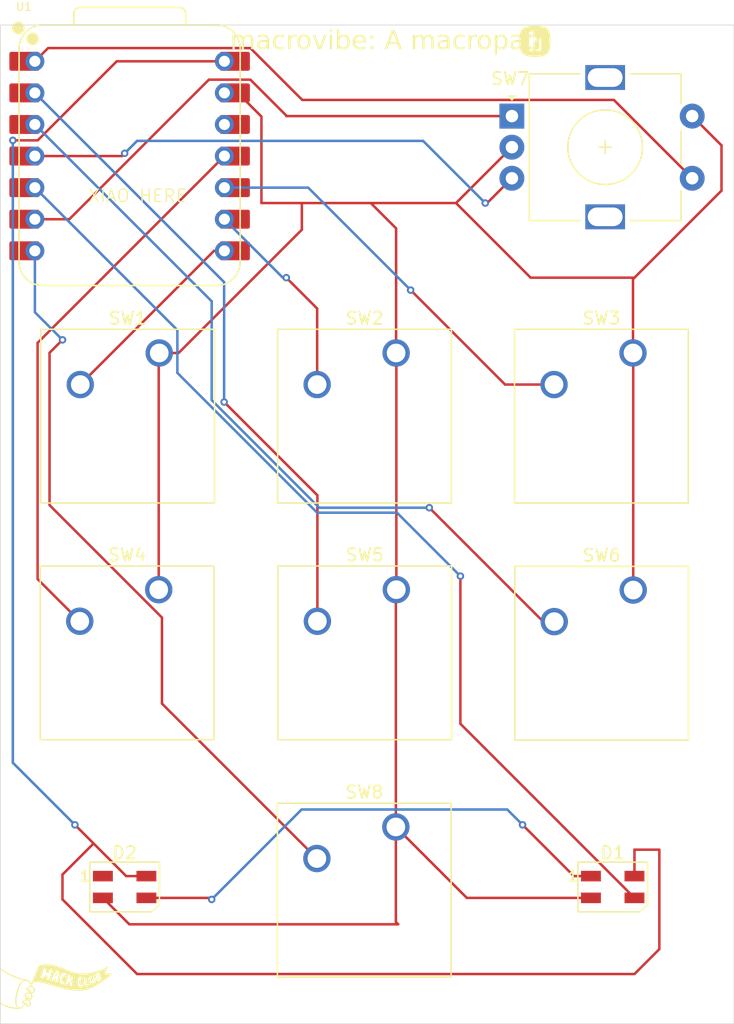
<source format=kicad_pcb>
(kicad_pcb (version 20241229) (generator "pcbnew") (generator_version "9.0")
  (layers (0 "F.Cu" signal) (2 "B.Cu" signal) (13 "F.Paste" user) (15 "B.Paste" user) (5 "F.SilkS" user "F.Silkscreen") (7 "B.SilkS" user "B.Silkscreen") (1 "F.Mask" user) (3 "B.Mask" user) (25 "Edge.Cuts" user))
  (net 0 "")
  (net 1 "+5V")
  (net 2 "Net-(D1-DIN)")
  (net 3 "GND")
  (net 4 "Net-(D1-DOUT)")
  (net 6 "Net-(U1-GPIO1{slash}RX)")
  (net 7 "Net-(U1-GPIO2{slash}SCK)")
  (net 8 "Net-(U1-GPIO4{slash}MISO)")
  (net 9 "Net-(U1-GPIO27{slash}ADC1{slash}A1)")
  (net 10 "Net-(U1-GPIO28{slash}ADC2{slash}A2)")
  (net 11 "Net-(U1-GPIO7{slash}SCL)")
  (net 12 "Net-(U1-GPIO29{slash}ADC3{slash}A3)")
  (net 14 "Net-(U1-GPIO26{slash}ADC0{slash}A0)")
  (net 15 "Net-(U1-GPIO0{slash}TX)")
  (net 16 "Net-(U1-GPIO3{slash}MOSI)")
  (footprint "LED_SMD:LED_SK6812MINI_PLCC4_3.5x3.5mm_P1.75mm" (layer "F.Cu") (at 152 112)
    (property "Reference" "D2" (at 0 -2.75 0) (layer "F.SilkS"))
    (property "Value" "SK6812MINI")
    (fp_text user "1" (at -3.2 -0.875 0) (layer "F.SilkS") (effects (font (size 0.8 0.8))))
    (pad "1" smd rect (at -1.75 -0.875) (size 1.6 0.85) (layers "F.Cu" "F.Mask" "F.Paste"))
    (pad "2" smd rect (at -1.75 0.875) (size 1.6 0.85) (layers "F.Cu" "F.Mask" "F.Paste") (net 3 "GND"))
    (pad "3" smd rect (at 1.75 0.875) (size 1.6 0.85) (layers "F.Cu" "F.Mask" "F.Paste") (net 4 "Net-(D1-DOUT)"))
    (pad "4" smd rect (at 1.75 -0.875) (size 1.6 0.85) (layers "F.Cu" "F.Mask" "F.Paste") (net 1 "+5V"))
  )
  (footprint "custom logos:hackclub_flag" (layer "F.Cu") (at 146.522761 120)
    (property "Reference" "G***" (hide yes))
    (property "Value" "LOGO" (hide yes))
  )
  (footprint "Button_Switch_Keyboard:SW_Cherry_MX_1.00u_PCB" (layer "F.Cu") (at 173.83125 69.05625)
    (property "Reference" "SW2" (at -2.54 -2.794 0) (layer "F.SilkS"))
    (property "Value" "SW_Push")
    (pad "" np_thru_hole circle (at -7.62 5.08) (size 1.7 1.7) (drill 1.7) (layers "*.Cu" "*.Mask"))
    (pad "" np_thru_hole circle (at -2.54 5.08) (size 4 4) (drill 4) (layers "*.Cu" "*.Mask"))
    (pad "" np_thru_hole circle (at 2.54 5.08) (size 1.7 1.7) (drill 1.7) (layers "*.Cu" "*.Mask"))
    (pad "1" thru_hole circle (at 0 0) (size 2.2 2.2) (drill 1.5) (layers "*.Cu" "*.Mask") (net 3 "GND"))
    (pad "2" thru_hole circle (at -6.35 2.54) (size 2.2 2.2) (drill 1.5) (layers "*.Cu" "*.Mask") (net 7 "Net-(U1-GPIO2{slash}SCK)"))
  )
  (footprint "Button_Switch_Keyboard:SW_Cherry_MX_1.00u_PCB" (layer "F.Cu") (at 154.74 88.09)
    (property "Reference" "SW4" (at -2.54 -2.794 0) (layer "F.SilkS"))
    (property "Value" "SW_Push")
    (pad "" np_thru_hole circle (at -7.62 5.08) (size 1.7 1.7) (drill 1.7) (layers "*.Cu" "*.Mask"))
    (pad "" np_thru_hole circle (at -2.54 5.08) (size 4 4) (drill 4) (layers "*.Cu" "*.Mask"))
    (pad "" np_thru_hole circle (at 2.54 5.08) (size 1.7 1.7) (drill 1.7) (layers "*.Cu" "*.Mask"))
    (pad "1" thru_hole circle (at 0 0) (size 2.2 2.2) (drill 1.5) (layers "*.Cu" "*.Mask") (net 3 "GND"))
    (pad "2" thru_hole circle (at -6.35 2.54) (size 2.2 2.2) (drill 1.5) (layers "*.Cu" "*.Mask") (net 16 "Net-(U1-GPIO3{slash}MOSI)"))
  )
  (footprint "LED_SMD:LED_SK6812MINI_PLCC4_3.5x3.5mm_P1.75mm" (layer "F.Cu") (at 191.25 112)
    (property "Reference" "D1" (at 0 -2.75 0) (layer "F.SilkS"))
    (property "Value" "SK6812MINI")
    (fp_text user "1" (at -3.2 -0.875 0) (layer "F.SilkS") (effects (font (size 0.8 0.8))))
    (pad "1" smd rect (at -1.75 -0.875) (size 1.6 0.85) (layers "F.Cu" "F.Mask" "F.Paste") (net 4 "Net-(D1-DOUT)"))
    (pad "2" smd rect (at -1.75 0.875) (size 1.6 0.85) (layers "F.Cu" "F.Mask" "F.Paste") (net 3 "GND"))
    (pad "3" smd rect (at 1.75 0.875) (size 1.6 0.85) (layers "F.Cu" "F.Mask" "F.Paste") (net 2 "Net-(D1-DIN)"))
    (pad "4" smd rect (at 1.75 -0.875) (size 1.6 0.85) (layers "F.Cu" "F.Mask" "F.Paste") (net 1 "+5V"))
  )
  (footprint "custom logos:hackclub_rounded" (layer "F.Cu") (at 185 43.987149)
    (property "Reference" "G***" (hide yes))
    (property "Value" "LOGO" (hide yes))
  )
  (footprint "Button_Switch_Keyboard:SW_Cherry_MX_1.00u_PCB" (layer "F.Cu") (at 192.9 88.12)
    (property "Reference" "SW6" (at -2.54 -2.794 0) (layer "F.SilkS"))
    (property "Value" "SW_Push")
    (pad "" np_thru_hole circle (at -7.62 5.08) (size 1.7 1.7) (drill 1.7) (layers "*.Cu" "*.Mask"))
    (pad "" np_thru_hole circle (at -2.54 5.08) (size 4 4) (drill 4) (layers "*.Cu" "*.Mask"))
    (pad "" np_thru_hole circle (at 2.54 5.08) (size 1.7 1.7) (drill 1.7) (layers "*.Cu" "*.Mask"))
    (pad "1" thru_hole circle (at 0 0) (size 2.2 2.2) (drill 1.5) (layers "*.Cu" "*.Mask") (net 3 "GND"))
    (pad "2" thru_hole circle (at -6.35 2.54) (size 2.2 2.2) (drill 1.5) (layers "*.Cu" "*.Mask") (net 10 "Net-(U1-GPIO28{slash}ADC2{slash}A2)"))
  )
  (footprint "Button_Switch_Keyboard:SW_Cherry_MX_1.00u_PCB" (layer "F.Cu") (at 192.88125 69.05625)
    (property "Reference" "SW3" (at -2.54 -2.794 0) (layer "F.SilkS"))
    (property "Value" "SW_Push")
    (pad "" np_thru_hole circle (at -7.62 5.08) (size 1.7 1.7) (drill 1.7) (layers "*.Cu" "*.Mask"))
    (pad "" np_thru_hole circle (at -2.54 5.08) (size 4 4) (drill 4) (layers "*.Cu" "*.Mask"))
    (pad "" np_thru_hole circle (at 2.54 5.08) (size 1.7 1.7) (drill 1.7) (layers "*.Cu" "*.Mask"))
    (pad "1" thru_hole circle (at 0 0) (size 2.2 2.2) (drill 1.5) (layers "*.Cu" "*.Mask") (net 3 "GND"))
    (pad "2" thru_hole circle (at -6.35 2.54) (size 2.2 2.2) (drill 1.5) (layers "*.Cu" "*.Mask") (net 8 "Net-(U1-GPIO4{slash}MISO)"))
  )
  (footprint "Button_Switch_Keyboard:SW_Cherry_MX_1.00u_PCB" (layer "F.Cu") (at 173.81 107.17)
    (property "Reference" "SW8" (at -2.54 -2.794 0) (layer "F.SilkS"))
    (property "Value" "SW_Push")
    (pad "" np_thru_hole circle (at -7.62 5.08) (size 1.7 1.7) (drill 1.7) (layers "*.Cu" "*.Mask"))
    (pad "" np_thru_hole circle (at -2.54 5.08) (size 4 4) (drill 4) (layers "*.Cu" "*.Mask"))
    (pad "" np_thru_hole circle (at 2.54 5.08) (size 1.7 1.7) (drill 1.7) (layers "*.Cu" "*.Mask"))
    (pad "1" thru_hole circle (at 0 0) (size 2.2 2.2) (drill 1.5) (layers "*.Cu" "*.Mask") (net 3 "GND"))
    (pad "2" thru_hole circle (at -6.35 2.54) (size 2.2 2.2) (drill 1.5) (layers "*.Cu" "*.Mask") (net 15 "Net-(U1-GPIO0{slash}TX)"))
  )
  (footprint "Rotary_Encoder:RotaryEncoder_Alps_EC11E-Switch_Vertical_H20mm" (layer "F.Cu") (at 183.14375 50.00625)
    (property "Reference" "SW7" (at -0.14375 -3.00625 0) (layer "F.SilkS"))
    (property "Value" "RotaryEncoder_Switch")
    (pad "A" thru_hole rect (at 0 0) (size 2 2) (drill 1) (layers "*.Cu" "*.Mask") (net 11 "Net-(U1-GPIO7{slash}SCL)"))
    (pad "B" thru_hole circle (at 0 5) (size 2 2) (drill 1) (layers "*.Cu" "*.Mask") (net 12 "Net-(U1-GPIO29{slash}ADC3{slash}A3)"))
    (pad "C" thru_hole circle (at 0 2.5) (size 2 2) (drill 1) (layers "*.Cu" "*.Mask") (net 3 "GND"))
    (pad "MP" thru_hole rect (at 7.5 -3.1) (size 3.2 2) (drill oval 2.8 1.5) (layers "*.Cu" "*.Mask"))
    (pad "MP" thru_hole rect (at 7.5 8.1) (size 3.2 2) (drill oval 2.8 1.5) (layers "*.Cu" "*.Mask"))
    (pad "S1" thru_hole circle (at 14.5 5) (size 2 2) (drill 1) (layers "*.Cu" "*.Mask") (net 14 "Net-(U1-GPIO26{slash}ADC0{slash}A0)"))
    (pad "S2" thru_hole circle (at 14.5 0) (size 2 2) (drill 1) (layers "*.Cu" "*.Mask") (net 3 "GND"))
  )
  (footprint "Button_Switch_Keyboard:SW_Cherry_MX_1.00u_PCB" (layer "F.Cu") (at 173.85 88.09)
    (property "Reference" "SW5" (at -2.54 -2.794 0) (layer "F.SilkS"))
    (property "Value" "SW_Push")
    (pad "" np_thru_hole circle (at -7.62 5.08) (size 1.7 1.7) (drill 1.7) (layers "*.Cu" "*.Mask"))
    (pad "" np_thru_hole circle (at -2.54 5.08) (size 4 4) (drill 4) (layers "*.Cu" "*.Mask"))
    (pad "" np_thru_hole circle (at 2.54 5.08) (size 1.7 1.7) (drill 1.7) (layers "*.Cu" "*.Mask"))
    (pad "1" thru_hole circle (at 0 0) (size 2.2 2.2) (drill 1.5) (layers "*.Cu" "*.Mask") (net 3 "GND"))
    (pad "2" thru_hole circle (at -6.35 2.54) (size 2.2 2.2) (drill 1.5) (layers "*.Cu" "*.Mask") (net 9 "Net-(U1-GPIO27{slash}ADC1{slash}A1)"))
  )
  (footprint "Button_Switch_Keyboard:SW_Cherry_MX_1.00u_PCB" (layer "F.Cu") (at 154.78125 69.05625)
    (property "Reference" "SW1" (at -2.54 -2.794 0) (layer "F.SilkS"))
    (property "Value" "SW_Push")
    (pad "" np_thru_hole circle (at -7.62 5.08) (size 1.7 1.7) (drill 1.7) (layers "*.Cu" "*.Mask"))
    (pad "" np_thru_hole circle (at -2.54 5.08) (size 4 4) (drill 4) (layers "*.Cu" "*.Mask"))
    (pad "" np_thru_hole circle (at 2.54 5.08) (size 1.7 1.7) (drill 1.7) (layers "*.Cu" "*.Mask"))
    (pad "1" thru_hole circle (at 0 0) (size 2.2 2.2) (drill 1.5) (layers "*.Cu" "*.Mask") (net 3 "GND"))
    (pad "2" thru_hole circle (at -6.35 2.54) (size 2.2 2.2) (drill 1.5) (layers "*.Cu" "*.Mask") (net 6 "Net-(U1-GPIO1{slash}RX)"))
  )
  (footprint "OPL:XIAO-RP2040-DIP" (layer "F.Cu") (at 152.4 53.22)
    (property "Reference" "U1" (at -8.5 -12 0) (layer "F.SilkS") (effects (font (size 0.635 0.635) (thickness 0.1016))))
    (property "Value" "XIAO-RP2040-DIP")
    (pad "1" smd roundrect (at -8.455 -7.62 180) (size 2.432 1.524) (layers "F.Cu" "F.Mask") (roundrect_rratio 0.1) (net 14 "Net-(U1-GPIO26{slash}ADC0{slash}A0)"))
    (pad "1" thru_hole circle (at -7.62 -7.62 180) (size 1.524 1.524) (drill 0.889) (layers "*.Cu" "*.Mask") (net 14 "Net-(U1-GPIO26{slash}ADC0{slash}A0)"))
    (pad "2" smd roundrect (at -8.455 -5.08 180) (size 2.432 1.524) (layers "F.Cu" "F.Mask") (roundrect_rratio 0.1) (net 9 "Net-(U1-GPIO27{slash}ADC1{slash}A1)"))
    (pad "2" thru_hole circle (at -7.62 -5.08 180) (size 1.524 1.524) (drill 0.889) (layers "*.Cu" "*.Mask") (net 9 "Net-(U1-GPIO27{slash}ADC1{slash}A1)"))
    (pad "3" smd roundrect (at -8.455 -2.54 180) (size 2.432 1.524) (layers "F.Cu" "F.Mask") (roundrect_rratio 0.1) (net 10 "Net-(U1-GPIO28{slash}ADC2{slash}A2)"))
    (pad "3" thru_hole circle (at -7.62 -2.54 180) (size 1.524 1.524) (drill 0.889) (layers "*.Cu" "*.Mask") (net 10 "Net-(U1-GPIO28{slash}ADC2{slash}A2)"))
    (pad "4" smd roundrect (at -8.455 0 180) (size 2.432 1.524) (layers "F.Cu" "F.Mask") (roundrect_rratio 0.1) (net 12 "Net-(U1-GPIO29{slash}ADC3{slash}A3)"))
    (pad "4" thru_hole circle (at -7.62 0 180) (size 1.524 1.524) (drill 0.889) (layers "*.Cu" "*.Mask") (net 12 "Net-(U1-GPIO29{slash}ADC3{slash}A3)"))
    (pad "5" smd roundrect (at -8.455 2.54 180) (size 2.432 1.524) (layers "F.Cu" "F.Mask") (roundrect_rratio 0.1) (net 2 "Net-(D1-DIN)"))
    (pad "5" thru_hole circle (at -7.62 2.54 180) (size 1.524 1.524) (drill 0.889) (layers "*.Cu" "*.Mask") (net 2 "Net-(D1-DIN)"))
    (pad "6" smd roundrect (at -8.455 5.08 180) (size 2.432 1.524) (layers "F.Cu" "F.Mask") (roundrect_rratio 0.1) (net 11 "Net-(U1-GPIO7{slash}SCL)"))
    (pad "6" thru_hole circle (at -7.62 5.08 180) (size 1.524 1.524) (drill 0.889) (layers "*.Cu" "*.Mask") (net 11 "Net-(U1-GPIO7{slash}SCL)"))
    (pad "7" smd roundrect (at -8.455 7.62 180) (size 2.432 1.524) (layers "F.Cu" "F.Mask") (roundrect_rratio 0.1) (net 15 "Net-(U1-GPIO0{slash}TX)"))
    (pad "7" thru_hole circle (at -7.62 7.62 180) (size 1.524 1.524) (drill 0.889) (layers "*.Cu" "*.Mask") (net 15 "Net-(U1-GPIO0{slash}TX)"))
    (pad "8" thru_hole circle (at 7.62 7.62) (size 1.524 1.524) (drill 0.889) (layers "*.Cu" "*.Mask") (net 6 "Net-(U1-GPIO1{slash}RX)"))
    (pad "8" smd roundrect (at 8.455 7.62) (size 2.432 1.524) (layers "F.Cu" "F.Mask") (roundrect_rratio 0.1) (net 6 "Net-(U1-GPIO1{slash}RX)"))
    (pad "9" thru_hole circle (at 7.62 5.08) (size 1.524 1.524) (drill 0.889) (layers "*.Cu" "*.Mask") (net 7 "Net-(U1-GPIO2{slash}SCK)"))
    (pad "9" smd roundrect (at 8.455 5.08) (size 2.432 1.524) (layers "F.Cu" "F.Mask") (roundrect_rratio 0.1) (net 7 "Net-(U1-GPIO2{slash}SCK)"))
    (pad "10" thru_hole circle (at 7.62 2.54) (size 1.524 1.524) (drill 0.889) (layers "*.Cu" "*.Mask") (net 8 "Net-(U1-GPIO4{slash}MISO)"))
    (pad "10" smd roundrect (at 8.455 2.54) (size 2.432 1.524) (layers "F.Cu" "F.Mask") (roundrect_rratio 0.1) (net 8 "Net-(U1-GPIO4{slash}MISO)"))
    (pad "11" thru_hole circle (at 7.62 0) (size 1.524 1.524) (drill 0.889) (layers "*.Cu" "*.Mask") (net 16 "Net-(U1-GPIO3{slash}MOSI)"))
    (pad "11" smd roundrect (at 8.455 0) (size 2.432 1.524) (layers "F.Cu" "F.Mask") (roundrect_rratio 0.1) (net 16 "Net-(U1-GPIO3{slash}MOSI)"))
    (pad "12" thru_hole circle (at 7.62 -2.54) (size 1.524 1.524) (drill 0.889) (layers "*.Cu" "*.Mask"))
    (pad "12" smd roundrect (at 8.455 -2.54) (size 2.432 1.524) (layers "F.Cu" "F.Mask") (roundrect_rratio 0.1))
    (pad "13" thru_hole circle (at 7.62 -5.08) (size 1.524 1.524) (drill 0.889) (layers "*.Cu" "*.Mask") (net 3 "GND"))
    (pad "13" smd roundrect (at 8.455 -5.08) (size 2.432 1.524) (layers "F.Cu" "F.Mask") (roundrect_rratio 0.1) (net 3 "GND"))
    (pad "14" thru_hole circle (at 7.62 -7.62) (size 1.524 1.524) (drill 0.889) (layers "*.Cu" "*.Mask") (net 1 "+5V"))
    (pad "14" smd roundrect (at 8.455 -7.62) (size 2.432 1.524) (layers "F.Cu" "F.Mask") (roundrect_rratio 0.1) (net 1 "+5V"))
  )
  (gr_rect (start 142 42.681064) (end 201 123) (stroke (width 0.05)) (fill no) (layer "Edge.Cuts"))
  (gr_text "XIAO HERE" (at 149 57 0) (layer "F.SilkS") (effects (font (size 1 1) (thickness 0.1)) (justify left bottom)))
  (gr_text "macrovibe: A macropad" (at 173 44 0) (layer "F.SilkS") (effects (font (size 1.5 1.5) (thickness 0.1))))
  (segment (start 153 119) (end 147 113) (width 0.2) (layer "F.Cu") (net 1))
  (segment (start 160.02 45.6) (end 161.6 45.6) (width 0.2) (layer "F.Cu") (net 1))
  (segment (start 151.36331 45.6) (end 145.00531 51.958) (width 0.2) (layer "F.Cu") (net 1))
  (segment (start 193 111.125) (end 193 109) (width 0.2) (layer "F.Cu") (net 1))
  (segment (start 153.75 111.125) (end 152.125 111.125) (width 0.2) (layer "F.Cu") (net 1))
  (segment (start 145.00531 51.958) (end 143.006444 51.958) (width 0.2) (layer "F.Cu") (net 1))
  (segment (start 152.125 111.125) (end 149.5 108.5) (width 0.2) (layer "F.Cu") (net 1))
  (segment (start 147 111) (end 149.5 108.5) (width 0.2) (layer "F.Cu") (net 1))
  (segment (start 193 119) (end 153 119) (width 0.2) (layer "F.Cu") (net 1))
  (segment (start 195 117) (end 193 119) (width 0.2) (layer "F.Cu") (net 1))
  (segment (start 160.02 45.6) (end 151.36331 45.6) (width 0.2) (layer "F.Cu") (net 1))
  (segment (start 195 109) (end 195 117) (width 0.2) (layer "F.Cu") (net 1))
  (segment (start 147 113) (end 147 111) (width 0.2) (layer "F.Cu") (net 1))
  (segment (start 149.5 108.5) (end 148 107) (width 0.2) (layer "F.Cu") (net 1))
  (segment (start 193 109) (end 195 109) (width 0.2) (layer "F.Cu") (net 1))
  (via (at 143.006444 51.958) (size 0.6) (drill 0.3) (layers "F.Cu" "B.Cu") (net 1))
  (via (at 148 107) (size 0.6) (drill 0.3) (layers "F.Cu" "B.Cu") (net 1))
  (segment (start 143.006444 51.958) (end 143.006444 102.006444) (width 0.2) (layer "B.Cu") (net 1))
  (segment (start 143.006444 102.006444) (end 148 107) (width 0.2) (layer "B.Cu") (net 1))
  (segment (start 179 98.875) (end 179 87) (width 0.2) (layer "F.Cu") (net 2))
  (segment (start 193 112.875) (end 179 98.875) (width 0.2) (layer "F.Cu") (net 2))
  (via (at 179 87) (size 0.6) (drill 0.3) (layers "F.Cu" "B.Cu") (net 2))
  (segment (start 167.483957 81.901) (end 156.238655 70.655698) (width 0.2) (layer "B.Cu") (net 2))
  (segment (start 156.238655 67.218655) (end 144.78 55.76) (width 0.2) (layer "B.Cu") (net 2))
  (segment (start 156.238655 70.655698) (end 156.238655 67.218655) (width 0.2) (layer "B.Cu") (net 2))
  (segment (start 173.901 81.901) (end 167.483957 81.901) (width 0.2) (layer "B.Cu") (net 2))
  (segment (start 179 87) (end 173.901 81.901) (width 0.2) (layer "B.Cu") (net 2))
  (segment (start 192.88125 69.05625) (end 192.88125 63.11875) (width 0.2) (layer "F.Cu") (net 3))
  (segment (start 192.9 88.12) (end 192.9 69.075) (width 0.2) (layer "F.Cu") (net 3))
  (segment (start 166.25 59.143134) (end 166.25 57) (width 0.2) (layer "F.Cu") (net 3))
  (segment (start 173.83125 69.05625) (end 173.83125 59.0375) (width 0.2) (layer "F.Cu") (net 3))
  (segment (start 173.83125 59.0375) (end 171.79375 57) (width 0.2) (layer "F.Cu") (net 3))
  (segment (start 193 63) (end 184.65 63) (width 0.2) (layer "F.Cu") (net 3))
  (segment (start 183.14375 52.50625) (end 178.65 57) (width 0.2) (layer "F.Cu") (net 3))
  (segment (start 173.81 88.13) (end 173.85 88.09) (width 0.2) (layer "F.Cu") (net 3))
  (segment (start 154.78125 69.05625) (end 156.336884 69.05625) (width 0.2) (layer "F.Cu") (net 3))
  (segment (start 174 115) (end 173.81 114.81) (width 0.2) (layer "F.Cu") (net 3))
  (segment (start 173.81 107.17) (end 173.81 88.13) (width 0.2) (layer "F.Cu") (net 3))
  (segment (start 200 52.3625) (end 200 56) (width 0.2) (layer "F.Cu") (net 3))
  (segment (start 163 50.04237) (end 161.09763 48.14) (width 0.2) (layer "F.Cu") (net 3))
  (segment (start 173.81 114.81) (end 173.81 107.17) (width 0.2) (layer "F.Cu") (net 3))
  (segment (start 197.64375 50.00625) (end 200 52.3625) (width 0.2) (layer "F.Cu") (net 3))
  (segment (start 171.79375 57) (end 166.25 57) (width 0.2) (layer "F.Cu") (net 3))
  (segment (start 154.74 69.0975) (end 154.78125 69.05625) (width 0.2) (layer "F.Cu") (net 3))
  (segment (start 156.336884 69.05625) (end 166.25 59.143134) (width 0.2) (layer "F.Cu") (net 3))
  (segment (start 150.25 112.875) (end 152.375 115) (width 0.2) (layer "F.Cu") (net 3))
  (segment (start 192.9 69.075) (end 192.88125 69.05625) (width 0.2) (layer "F.Cu") (net 3))
  (segment (start 152.375 115) (end 174 115) (width 0.2) (layer "F.Cu") (net 3))
  (segment (start 179.515 112.875) (end 173.81 107.17) (width 0.2) (layer "F.Cu") (net 3))
  (segment (start 161.09763 48.14) (end 160.02 48.14) (width 0.2) (layer "F.Cu") (net 3))
  (segment (start 173.85 88.09) (end 173.85 69.075) (width 0.2) (layer "F.Cu") (net 3))
  (segment (start 184.65 63) (end 178.65 57) (width 0.2) (layer "F.Cu") (net 3))
  (segment (start 178.65 57) (end 171.79375 57) (width 0.2) (layer "F.Cu") (net 3))
  (segment (start 192.88125 63.11875) (end 193 63) (width 0.2) (layer "F.Cu") (net 3))
  (segment (start 200 56) (end 193 63) (width 0.2) (layer "F.Cu") (net 3))
  (segment (start 189.5 112.875) (end 179.515 112.875) (width 0.2) (layer "F.Cu") (net 3))
  (segment (start 166.25 57) (end 163 57) (width 0.2) (layer "F.Cu") (net 3))
  (segment (start 154.74 88.09) (end 154.74 69.0975) (width 0.2) (layer "F.Cu") (net 3))
  (segment (start 163 57) (end 163 50.04237) (width 0.2) (layer "F.Cu") (net 3))
  (segment (start 173.85 69.075) (end 173.83125 69.05625) (width 0.2) (layer "F.Cu") (net 3))
  (segment (start 153.75 112.875) (end 158.875 112.875) (width 0.2) (layer "F.Cu") (net 4))
  (segment (start 184 107) (end 188.125 111.125) (width 0.2) (layer "F.Cu") (net 4))
  (segment (start 158.875 112.875) (end 159 113) (width 0.2) (layer "F.Cu") (net 4))
  (segment (start 188.125 111.125) (end 189.5 111.125) (width 0.2) (layer "F.Cu") (net 4))
  (via (at 184 107) (size 0.6) (drill 0.3) (layers "F.Cu" "B.Cu") (net 4))
  (via (at 159 113) (size 0.6) (drill 0.3) (layers "F.Cu" "B.Cu") (net 4))
  (segment (start 182.769 105.769) (end 184 107) (width 0.2) (layer "B.Cu") (net 4))
  (segment (start 166.231 105.769) (end 182.769 105.769) (width 0.2) (layer "B.Cu") (net 4))
  (segment (start 159 113) (end 166.231 105.769) (width 0.2) (layer "B.Cu") (net 4))
  (segment (start 148.43125 71.59625) (end 159.1875 60.84) (width 0.2) (layer "F.Cu") (net 6))
  (segment (start 159.1875 60.84) (end 160.02 60.84) (width 0.2) (layer "F.Cu") (net 6))
  (segment (start 167.48125 65.48125) (end 165 63) (width 0.2) (layer "F.Cu") (net 7))
  (segment (start 167.48125 71.59625) (end 167.48125 65.48125) (width 0.2) (layer "F.Cu") (net 7))
  (via (at 165 63) (size 0.6) (drill 0.3) (layers "F.Cu" "B.Cu") (net 7))
  (segment (start 164.72 63) (end 165 63) (width 0.2) (layer "B.Cu") (net 7))
  (segment (start 160.02 58.3) (end 164.72 63) (width 0.2) (layer "B.Cu") (net 7))
  (segment (start 186.53125 71.59625) (end 182.59625 71.59625) (width 0.2) (layer "F.Cu") (net 8))
  (segment (start 182.59625 71.59625) (end 175 64) (width 0.2) (layer "F.Cu") (net 8))
  (via (at 175 64) (size 0.6) (drill 0.3) (layers "F.Cu" "B.Cu") (net 8))
  (segment (start 166.76 55.76) (end 175 64) (width 0.2) (layer "B.Cu") (net 8))
  (segment (start 160.02 55.76) (end 166.76 55.76) (width 0.2) (layer "B.Cu") (net 8))
  (segment (start 167.5 80.5) (end 160 73) (width 0.2) (layer "F.Cu") (net 9))
  (segment (start 167.5 90.63) (end 167.5 80.5) (width 0.2) (layer "F.Cu") (net 9))
  (via (at 160 73) (size 0.6) (drill 0.3) (layers "F.Cu" "B.Cu") (net 9))
  (segment (start 144.78 48.14) (end 160 63.36) (width 0.2) (layer "B.Cu") (net 9))
  (segment (start 160 63.36) (end 160 73) (width 0.2) (layer "B.Cu") (net 9))
  (segment (start 185.66 90.66) (end 176.5 81.5) (width 0.2) (layer "F.Cu") (net 10))
  (segment (start 186.55 90.66) (end 185.66 90.66) (width 0.2) (layer "F.Cu") (net 10))
  (via (at 176.5 81.5) (size 0.6) (drill 0.3) (layers "F.Cu" "B.Cu") (net 10))
  (segment (start 167.650057 81.5) (end 176.5 81.5) (width 0.2) (layer "B.Cu") (net 10))
  (segment (start 159 64.9) (end 159 72.849943) (width 0.2) (layer "B.Cu") (net 10))
  (segment (start 144.78 50.68) (end 159 64.9) (width 0.2) (layer "B.Cu") (net 10))
  (segment (start 159 72.849943) (end 167.650057 81.5) (width 0.2) (layer "B.Cu") (net 10))
  (segment (start 147.549943 58.3) (end 144.78 58.3) (width 0.2) (layer "F.Cu") (net 11))
  (segment (start 158.772943 47.077) (end 147.549943 58.3) (width 0.2) (layer "F.Cu") (net 11))
  (segment (start 183.14375 50.00625) (end 165.00625 50.00625) (width 0.2) (layer "F.Cu") (net 11))
  (segment (start 165 50) (end 165 49.966374) (width 0.2) (layer "F.Cu") (net 11))
  (segment (start 165.00625 50.00625) (end 165 50) (width 0.2) (layer "F.Cu") (net 11))
  (segment (start 165 49.966374) (end 162.110626 47.077) (width 0.2) (layer "F.Cu") (net 11))
  (segment (start 161 47.077) (end 158.772943 47.077) (width 0.2) (layer "F.Cu") (net 11))
  (segment (start 162.110626 47.077) (end 161 47.077) (width 0.2) (layer "F.Cu") (net 11))
  (segment (start 152 53) (end 151.78 53.22) (width 0.2) (layer "F.Cu") (net 12))
  (segment (start 151.78 53.22) (end 144.78 53.22) (width 0.2) (layer "F.Cu") (net 12))
  (segment (start 183.14375 55.00625) (end 181.15 57) (width 0.2) (layer "F.Cu") (net 12))
  (segment (start 181.15 57) (end 181 57) (width 0.2) (layer "F.Cu") (net 12))
  (via (at 152 53) (size 0.6) (drill 0.3) (layers "F.Cu" "B.Cu") (net 12))
  (via (at 181 57) (size 0.6) (drill 0.3) (layers "F.Cu" "B.Cu") (net 12))
  (segment (start 176 52) (end 153 52) (width 0.2) (layer "B.Cu") (net 12))
  (segment (start 153 52) (end 152 53) (width 0.2) (layer "B.Cu") (net 12))
  (segment (start 181 57) (end 176 52) (width 0.2) (layer "B.Cu") (net 12))
  (segment (start 191.34275 48.70525) (end 166.278876 48.70525) (width 0.2) (layer "F.Cu") (net 14))
  (segment (start 162.110626 44.537) (end 145.843 44.537) (width 0.2) (layer "F.Cu") (net 14))
  (segment (start 145.843 44.537) (end 144.78 45.6) (width 0.2) (layer "F.Cu") (net 14))
  (segment (start 166.278876 48.70525) (end 162.110626 44.537) (width 0.2) (layer "F.Cu") (net 14))
  (segment (start 197.64375 55.00625) (end 191.34275 48.70525) (width 0.2) (layer "F.Cu") (net 14))
  (segment (start 155 97.25) (end 155 90.331314) (width 0.2) (layer "F.Cu") (net 15))
  (segment (start 155 90.331314) (end 145.96025 81.291564) (width 0.2) (layer "F.Cu") (net 15))
  (segment (start 167.46 109.71) (end 155 97.25) (width 0.2) (layer "F.Cu") (net 15))
  (segment (start 145.96025 69.03975) (end 147 68) (width 0.2) (layer "F.Cu") (net 15))
  (segment (start 145.96025 81.291564) (end 145.96025 69.03975) (width 0.2) (layer "F.Cu") (net 15))
  (via (at 147 68) (size 0.6) (drill 0.3) (layers "F.Cu" "B.Cu") (net 15))
  (segment (start 144.78 65.78) (end 147 68) (width 0.2) (layer "B.Cu") (net 15))
  (segment (start 144.78 60.84) (end 144.78 65.78) (width 0.2) (layer "B.Cu") (net 15))
  (segment (start 148.39 90.63) (end 145 87.24) (width 0.2) (layer "F.Cu") (net 16))
  (segment (start 145 87.24) (end 145 68.24) (width 0.2) (layer "F.Cu") (net 16))
  (segment (start 145 68.24) (end 160.02 53.22) (width 0.2) (layer "F.Cu") (net 16))
)
</source>
